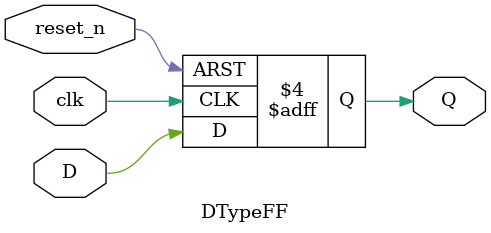
<source format=v>
module DTypeFF(
	input clk,
	input D,
	input reset_n,
   output reg Q
);
	initial begin
		Q = 1'b1;
	end
	
	always @ (posedge clk or negedge reset_n)
	begin
		if(reset_n == 1'b0) begin
			Q <= 1'b0;
		end
		else begin
			Q <= D;
		end	
	end
	
endmodule
</source>
